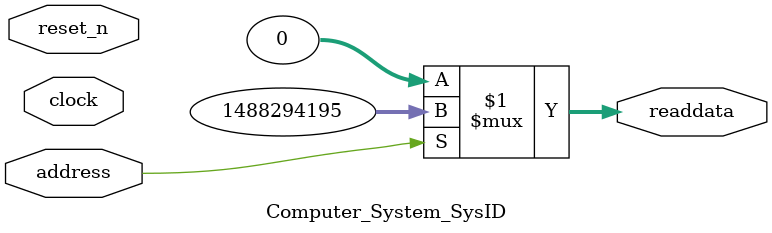
<source format=v>

`timescale 1ns / 1ps
// synthesis translate_on

// turn off superfluous verilog processor warnings 
// altera message_level Level1 
// altera message_off 10034 10035 10036 10037 10230 10240 10030 

module Computer_System_SysID (
               // inputs:
                address,
                clock,
                reset_n,

               // outputs:
                readdata
             )
;

  output  [ 31: 0] readdata;
  input            address;
  input            clock;
  input            reset_n;

  wire    [ 31: 0] readdata;
  //control_slave, which is an e_avalon_slave
  assign readdata = address ? 1488294195 : 0;

endmodule




</source>
